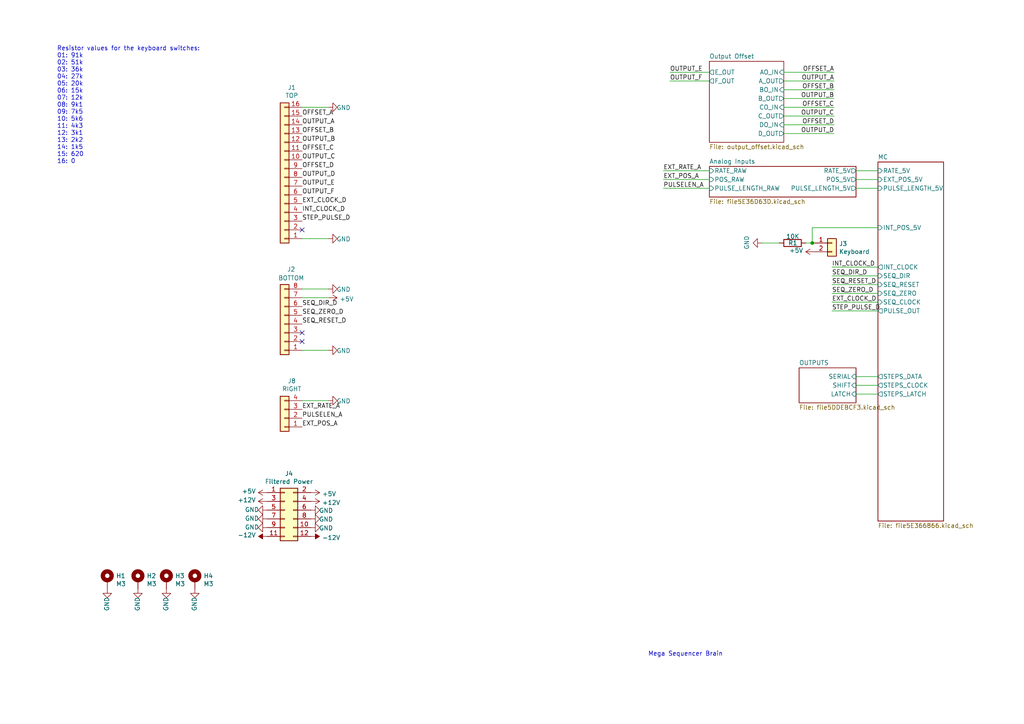
<source format=kicad_sch>
(kicad_sch (version 20230121) (generator eeschema)
  (paper "A4")
  (lib_symbols
    (symbol "Connector_Generic:Conn_01x02" (pin_names (offset 1.016) hide)
      (property "Reference" "J" (at 0 2.54 0))
      (property "Value" "Conn_01x02" (at 0 -5.08 0))
      (symbol "Conn_01x02_1_1"
        (rectangle (start -1.27 -2.413) (end 0 -2.667) (stroke (width 0.1524)))
        (rectangle (start -1.27 0.127) (end 0 -0.127) (stroke (width 0.1524)))
        (rectangle (start -1.27 1.27) (end 1.27 -3.81) (stroke (width 0.254)) (fill (type background)))
        (pin passive line (at -5.08 0 0) (length 3.81) (name "Pin_1") (number "1"))
        (pin passive line (at -5.08 -2.54 0) (length 3.81) (name "Pin_2") (number "2"))
      )
    )
    (symbol "Connector_Generic:Conn_01x04" (pin_names (offset 1.016) hide)
      (property "Reference" "J" (at 0 5.08 0))
      (property "Value" "Conn_01x04" (at 0 -7.62 0))
      (symbol "Conn_01x04_1_1"
        (rectangle (start -1.27 -4.953) (end 0 -5.207) (stroke (width 0.1524)))
        (rectangle (start -1.27 -2.413) (end 0 -2.667) (stroke (width 0.1524)))
        (rectangle (start -1.27 0.127) (end 0 -0.127) (stroke (width 0.1524)))
        (rectangle (start -1.27 2.667) (end 0 2.413) (stroke (width 0.1524)))
        (rectangle (start -1.27 3.81) (end 1.27 -6.35) (stroke (width 0.254)) (fill (type background)))
        (pin passive line (at -5.08 2.54 0) (length 3.81) (name "Pin_1") (number "1"))
        (pin passive line (at -5.08 0 0) (length 3.81) (name "Pin_2") (number "2"))
        (pin passive line (at -5.08 -2.54 0) (length 3.81) (name "Pin_3") (number "3"))
        (pin passive line (at -5.08 -5.08 0) (length 3.81) (name "Pin_4") (number "4"))
      )
    )
    (symbol "Connector_Generic:Conn_01x08" (pin_names (offset 1.016) hide)
      (property "Reference" "J" (at 0 10.16 0))
      (property "Value" "Conn_01x08" (at 0 -12.7 0))
      (symbol "Conn_01x08_1_1"
        (rectangle (start -1.27 -10.033) (end 0 -10.287) (stroke (width 0.1524)))
        (rectangle (start -1.27 -7.493) (end 0 -7.747) (stroke (width 0.1524)))
        (rectangle (start -1.27 -4.953) (end 0 -5.207) (stroke (width 0.1524)))
        (rectangle (start -1.27 -2.413) (end 0 -2.667) (stroke (width 0.1524)))
        (rectangle (start -1.27 0.127) (end 0 -0.127) (stroke (width 0.1524)))
        (rectangle (start -1.27 2.667) (end 0 2.413) (stroke (width 0.1524)))
        (rectangle (start -1.27 5.207) (end 0 4.953) (stroke (width 0.1524)))
        (rectangle (start -1.27 7.747) (end 0 7.493) (stroke (width 0.1524)))
        (rectangle (start -1.27 8.89) (end 1.27 -11.43) (stroke (width 0.254)) (fill (type background)))
        (pin passive line (at -5.08 7.62 0) (length 3.81) (name "Pin_1") (number "1"))
        (pin passive line (at -5.08 5.08 0) (length 3.81) (name "Pin_2") (number "2"))
        (pin passive line (at -5.08 2.54 0) (length 3.81) (name "Pin_3") (number "3"))
        (pin passive line (at -5.08 0 0) (length 3.81) (name "Pin_4") (number "4"))
        (pin passive line (at -5.08 -2.54 0) (length 3.81) (name "Pin_5") (number "5"))
        (pin passive line (at -5.08 -5.08 0) (length 3.81) (name "Pin_6") (number "6"))
        (pin passive line (at -5.08 -7.62 0) (length 3.81) (name "Pin_7") (number "7"))
        (pin passive line (at -5.08 -10.16 0) (length 3.81) (name "Pin_8") (number "8"))
      )
    )
    (symbol "Connector_Generic:Conn_01x16" (pin_names (offset 1.016) hide)
      (property "Reference" "J" (at 0 20.32 0))
      (property "Value" "Conn_01x16" (at 0 -22.86 0))
      (symbol "Conn_01x16_1_1"
        (rectangle (start -1.27 -20.193) (end 0 -20.447) (stroke (width 0.1524)))
        (rectangle (start -1.27 -17.653) (end 0 -17.907) (stroke (width 0.1524)))
        (rectangle (start -1.27 -15.113) (end 0 -15.367) (stroke (width 0.1524)))
        (rectangle (start -1.27 -12.573) (end 0 -12.827) (stroke (width 0.1524)))
        (rectangle (start -1.27 -10.033) (end 0 -10.287) (stroke (width 0.1524)))
        (rectangle (start -1.27 -7.493) (end 0 -7.747) (stroke (width 0.1524)))
        (rectangle (start -1.27 -4.953) (end 0 -5.207) (stroke (width 0.1524)))
        (rectangle (start -1.27 -2.413) (end 0 -2.667) (stroke (width 0.1524)))
        (rectangle (start -1.27 0.127) (end 0 -0.127) (stroke (width 0.1524)))
        (rectangle (start -1.27 2.667) (end 0 2.413) (stroke (width 0.1524)))
        (rectangle (start -1.27 5.207) (end 0 4.953) (stroke (width 0.1524)))
        (rectangle (start -1.27 7.747) (end 0 7.493) (stroke (width 0.1524)))
        (rectangle (start -1.27 10.287) (end 0 10.033) (stroke (width 0.1524)))
        (rectangle (start -1.27 12.827) (end 0 12.573) (stroke (width 0.1524)))
        (rectangle (start -1.27 15.367) (end 0 15.113) (stroke (width 0.1524)))
        (rectangle (start -1.27 17.907) (end 0 17.653) (stroke (width 0.1524)))
        (rectangle (start -1.27 19.05) (end 1.27 -21.59) (stroke (width 0.254)) (fill (type background)))
        (pin passive line (at -5.08 17.78 0) (length 3.81) (name "Pin_1") (number "1"))
        (pin passive line (at -5.08 -5.08 0) (length 3.81) (name "Pin_10") (number "10"))
        (pin passive line (at -5.08 -7.62 0) (length 3.81) (name "Pin_11") (number "11"))
        (pin passive line (at -5.08 -10.16 0) (length 3.81) (name "Pin_12") (number "12"))
        (pin passive line (at -5.08 -12.7 0) (length 3.81) (name "Pin_13") (number "13"))
        (pin passive line (at -5.08 -15.24 0) (length 3.81) (name "Pin_14") (number "14"))
        (pin passive line (at -5.08 -17.78 0) (length 3.81) (name "Pin_15") (number "15"))
        (pin passive line (at -5.08 -20.32 0) (length 3.81) (name "Pin_16") (number "16"))
        (pin passive line (at -5.08 15.24 0) (length 3.81) (name "Pin_2") (number "2"))
        (pin passive line (at -5.08 12.7 0) (length 3.81) (name "Pin_3") (number "3"))
        (pin passive line (at -5.08 10.16 0) (length 3.81) (name "Pin_4") (number "4"))
        (pin passive line (at -5.08 7.62 0) (length 3.81) (name "Pin_5") (number "5"))
        (pin passive line (at -5.08 5.08 0) (length 3.81) (name "Pin_6") (number "6"))
        (pin passive line (at -5.08 2.54 0) (length 3.81) (name "Pin_7") (number "7"))
        (pin passive line (at -5.08 0 0) (length 3.81) (name "Pin_8") (number "8"))
        (pin passive line (at -5.08 -2.54 0) (length 3.81) (name "Pin_9") (number "9"))
      )
    )
    (symbol "Connector_Generic:Conn_02x06_Odd_Even" (pin_names (offset 1.016) hide)
      (property "Reference" "J" (at 1.27 7.62 0))
      (property "Value" "Conn_02x06_Odd_Even" (at 1.27 -10.16 0))
      (symbol "Conn_02x06_Odd_Even_1_1"
        (rectangle (start -1.27 -7.493) (end 0 -7.747) (stroke (width 0.1524)))
        (rectangle (start -1.27 -4.953) (end 0 -5.207) (stroke (width 0.1524)))
        (rectangle (start -1.27 -2.413) (end 0 -2.667) (stroke (width 0.1524)))
        (rectangle (start -1.27 0.127) (end 0 -0.127) (stroke (width 0.1524)))
        (rectangle (start -1.27 2.667) (end 0 2.413) (stroke (width 0.1524)))
        (rectangle (start -1.27 5.207) (end 0 4.953) (stroke (width 0.1524)))
        (rectangle (start -1.27 6.35) (end 3.81 -8.89) (stroke (width 0.254)) (fill (type background)))
        (rectangle (start 3.81 -7.493) (end 2.54 -7.747) (stroke (width 0.1524)))
        (rectangle (start 3.81 -4.953) (end 2.54 -5.207) (stroke (width 0.1524)))
        (rectangle (start 3.81 -2.413) (end 2.54 -2.667) (stroke (width 0.1524)))
        (rectangle (start 3.81 0.127) (end 2.54 -0.127) (stroke (width 0.1524)))
        (rectangle (start 3.81 2.667) (end 2.54 2.413) (stroke (width 0.1524)))
        (rectangle (start 3.81 5.207) (end 2.54 4.953) (stroke (width 0.1524)))
        (pin passive line (at -5.08 5.08 0) (length 3.81) (name "Pin_1") (number "1"))
        (pin passive line (at 7.62 -5.08 180) (length 3.81) (name "Pin_10") (number "10"))
        (pin passive line (at -5.08 -7.62 0) (length 3.81) (name "Pin_11") (number "11"))
        (pin passive line (at 7.62 -7.62 180) (length 3.81) (name "Pin_12") (number "12"))
        (pin passive line (at 7.62 5.08 180) (length 3.81) (name "Pin_2") (number "2"))
        (pin passive line (at -5.08 2.54 0) (length 3.81) (name "Pin_3") (number "3"))
        (pin passive line (at 7.62 2.54 180) (length 3.81) (name "Pin_4") (number "4"))
        (pin passive line (at -5.08 0 0) (length 3.81) (name "Pin_5") (number "5"))
        (pin passive line (at 7.62 0 180) (length 3.81) (name "Pin_6") (number "6"))
        (pin passive line (at -5.08 -2.54 0) (length 3.81) (name "Pin_7") (number "7"))
        (pin passive line (at 7.62 -2.54 180) (length 3.81) (name "Pin_8") (number "8"))
        (pin passive line (at -5.08 -5.08 0) (length 3.81) (name "Pin_9") (number "9"))
      )
    )
    (symbol "Device:R" (pin_numbers hide) (pin_names (offset 0))
      (property "Reference" "R" (at 2.032 0 90))
      (property "Value" "R" (at 0 0 90))
      (symbol "R_0_1"
        (rectangle (start -1.016 -2.54) (end 1.016 2.54) (stroke (width 0.254)))
      )
      (symbol "R_1_1"
        (pin passive line (at 0 3.81 270) (length 1.27) (name "~") (number "1"))
        (pin passive line (at 0 -3.81 90) (length 1.27) (name "~") (number "2"))
      )
    )
    (symbol "Mechanical:MountingHole_Pad" (pin_numbers hide) (pin_names (offset 1.016) hide)
      (property "Reference" "H" (at 0 6.35 0))
      (property "Value" "MountingHole_Pad" (at 0 4.445 0))
      (symbol "MountingHole_Pad_0_1"
        (circle (center 0 1.27) (radius 1.27) (stroke (width 1.27)))
      )
      (symbol "MountingHole_Pad_1_1"
        (pin input line (at 0 -2.54 90) (length 2.54) (name "1") (number "1"))
      )
    )
    (symbol "power:+12V" (power) (pin_names (offset 0))
      (property "Value" "+12V" (at 0 3.556 0))
      (symbol "+12V_0_1"
        (polyline (pts (xy -0.762 1.27) (xy 0 2.54)))
        (polyline (pts (xy 0 0) (xy 0 2.54)))
        (polyline (pts (xy 0 2.54) (xy 0.762 1.27)))
      )
      (symbol "+12V_1_1"
        (pin power_in line (at 0 0 90) (length 0) hide (name "+12V") (number "1"))
      )
    )
    (symbol "power:+5V" (power) (pin_names (offset 0))
      (property "Value" "+5V" (at 0 3.556 0))
      (symbol "+5V_0_1"
        (polyline (pts (xy -0.762 1.27) (xy 0 2.54)))
        (polyline (pts (xy 0 0) (xy 0 2.54)))
        (polyline (pts (xy 0 2.54) (xy 0.762 1.27)))
      )
      (symbol "+5V_1_1"
        (pin power_in line (at 0 0 90) (length 0) hide (name "+5V") (number "1"))
      )
    )
    (symbol "power:-12V" (power) (pin_names (offset 0))
      (property "Value" "-12V" (at 0 3.81 0))
      (symbol "-12V_0_0"
        (pin power_in line (at 0 0 90) (length 0) hide (name "-12V") (number "1"))
      )
      (symbol "-12V_0_1"
        (polyline (pts (xy 0 0) (xy 0 1.27) (xy 0.762 1.27) (xy 0 2.54) (xy -0.762 1.27) (xy 0 1.27)) (fill (type outline)))
      )
    )
    (symbol "power:GND" (power) (pin_names (offset 0))
      (property "Value" "GND" (at 0 -3.81 0))
      (symbol "GND_0_1"
        (polyline (pts (xy 0 0) (xy 0 -1.27) (xy 1.27 -1.27) (xy 0 -2.54) (xy -1.27 -1.27) (xy 0 -1.27)))
      )
      (symbol "GND_1_1"
        (pin power_in line (at 0 0 270) (length 0) hide (name "GND") (number "1"))
      )
    )
  )
  (junction (at 235.585 70.485))
  (no_connect (at 87.63 99.06))
  (no_connect (at 87.63 96.52))
  (no_connect (at 87.63 66.675))
  (wire (pts (xy 236.22 70.485) (xy 235.585 70.485)))
  (wire (pts (xy 205.74 49.53) (xy 192.405 49.53)))
  (wire (pts (xy 205.74 20.955) (xy 194.31 20.955)))
  (wire (pts (xy 227.33 28.575) (xy 241.935 28.575)))
  (wire (pts (xy 87.63 83.82) (xy 95.25 83.82)))
  (wire (pts (xy 248.285 49.53) (xy 254.635 49.53)))
  (wire (pts (xy 205.74 23.495) (xy 194.31 23.495)))
  (wire (pts (xy 227.33 20.955) (xy 241.935 20.955)))
  (wire (pts (xy 87.63 69.215) (xy 95.25 69.215)))
  (wire (pts (xy 87.63 101.6) (xy 95.25 101.6)))
  (wire (pts (xy 235.585 70.485) (xy 233.68 70.485)))
  (wire (pts (xy 235.585 66.04) (xy 235.585 70.485)))
  (wire (pts (xy 254.635 111.76) (xy 248.285 111.76)))
  (wire (pts (xy 226.06 70.485) (xy 220.98 70.485)))
  (wire (pts (xy 87.63 31.115) (xy 95.25 31.115)))
  (wire (pts (xy 87.63 86.36) (xy 95.25 86.36)))
  (wire (pts (xy 227.33 36.195) (xy 241.935 36.195)))
  (wire (pts (xy 254.635 82.55) (xy 241.3 82.55)))
  (wire (pts (xy 248.285 52.07) (xy 254.635 52.07)))
  (wire (pts (xy 205.74 52.07) (xy 192.405 52.07)))
  (wire (pts (xy 254.635 77.47) (xy 241.3 77.47)))
  (wire (pts (xy 227.33 38.735) (xy 241.935 38.735)))
  (wire (pts (xy 254.635 109.22) (xy 248.285 109.22)))
  (wire (pts (xy 248.285 54.61) (xy 254.635 54.61)))
  (wire (pts (xy 254.635 80.01) (xy 241.3 80.01)))
  (wire (pts (xy 227.33 31.115) (xy 241.935 31.115)))
  (wire (pts (xy 205.74 54.61) (xy 192.405 54.61)))
  (wire (pts (xy 254.635 85.09) (xy 241.3 85.09)))
  (wire (pts (xy 254.635 114.3) (xy 248.285 114.3)))
  (wire (pts (xy 227.33 26.035) (xy 241.935 26.035)))
  (wire (pts (xy 227.33 33.655) (xy 241.935 33.655)))
  (wire (pts (xy 254.635 90.17) (xy 241.3 90.17)))
  (wire (pts (xy 227.33 23.495) (xy 241.935 23.495)))
  (wire (pts (xy 87.63 116.205) (xy 95.25 116.205)))
  (wire (pts (xy 254.635 66.04) (xy 235.585 66.04)))
  (wire (pts (xy 241.3 87.63) (xy 254.635 87.63)))
  (text "Resistor values for the keyboard switches:\n01: 91k\n02: 51k\n03: 36k\n04: 27k\n05: 20k\n06: 15k\n07: 12k\n08: 9k1\n09: 7k5\n10: 5k6\n11: 4k3\n12: 3k1\n13: 2k2\n14: 1k5\n15: 620\n16: 0" (at 16.51 47.625 0) (effects (font (size 1.27 1.27)) (justify left bottom)))
  (text "Mega Sequencer Brain" (at 187.96 190.5 0) (effects (font (size 1.27 1.27)) (justify left bottom)))
  (label "PULSELEN_A" (at 87.63 121.285 0))
  (label "OFFSET_C" (at 87.63 43.815 0))
  (label "STEP_PULSE_D" (at 87.63 64.135 0))
  (label "STEP_PULSE_D" (at 241.3 90.17 0))
  (label "OUTPUT_E" (at 87.63 53.975 0))
  (label "OFFSET_D" (at 241.935 36.195 180))
  (label "SEQ_DIR_D" (at 87.63 88.9 0))
  (label "EXT_RATE_A" (at 192.405 49.53 0))
  (label "SEQ_ZERO_D" (at 87.63 91.44 0))
  (label "EXT_RATE_A" (at 87.63 118.745 0))
  (label "OUTPUT_F" (at 87.63 56.515 0))
  (label "SEQ_RESET_D" (at 241.3 82.55 0))
  (label "OFFSET_B" (at 241.935 26.035 180))
  (label "OFFSET_A" (at 241.935 20.955 180))
  (label "INT_CLOCK_D" (at 87.63 61.595 0))
  (label "OUTPUT_C" (at 87.63 46.355 0))
  (label "OUTPUT_B" (at 241.935 28.575 180))
  (label "OFFSET_D" (at 87.63 48.895 0))
  (label "OUTPUT_A" (at 87.63 36.195 0))
  (label "SEQ_ZERO_D" (at 241.3 85.09 0))
  (label "OUTPUT_D" (at 87.63 51.435 0))
  (label "OUTPUT_B" (at 87.63 41.275 0))
  (label "OUTPUT_E" (at 194.31 20.955 0))
  (label "INT_CLOCK_D" (at 241.3 77.47 0))
  (label "SEQ_RESET_D" (at 87.63 93.98 0))
  (label "OUTPUT_F" (at 194.31 23.495 0))
  (label "OUTPUT_C" (at 241.935 33.655 180))
  (label "OUTPUT_D" (at 241.935 38.735 180))
  (label "EXT_CLOCK_D" (at 241.3 87.63 0))
  (label "OFFSET_A" (at 87.63 33.655 0))
  (label "EXT_POS_A" (at 192.405 52.07 0))
  (label "OUTPUT_A" (at 241.935 23.495 180))
  (label "OFFSET_C" (at 241.935 31.115 180))
  (label "EXT_POS_A" (at 87.63 123.825 0))
  (label "SEQ_DIR_D" (at 241.3 80.01 0))
  (label "EXT_CLOCK_D" (at 87.63 59.055 0))
  (label "OFFSET_B" (at 87.63 38.735 0))
  (label "PULSELEN_A" (at 192.405 54.61 0))
  (symbol (lib_id "Device:R") (at 229.87 70.485 270) (mirror x) (unit 1)
    (property "Reference" "R1" (at 228.6 70.485 90) (effects (justify left)))
    (property "Value" "10K" (at 227.965 68.58 90) (effects (justify left)))
    (property "Footprint" "Resistor_THT:R_Axial_DIN0207_L6.3mm_D2.5mm_P7.62mm_Horizontal" (effects hide))
  )
  (symbol (lib_id "power:GND") (at 220.98 70.485 270) (mirror x) (unit 1)
    (property "Reference" "#PWR06" (effects hide))
    (property "Value" "GND" (at 216.5858 70.358 0))
  )
  (symbol (lib_id "Connector_Generic:Conn_01x02") (at 241.3 70.485 0) (unit 1)
    (property "Reference" "J3" (at 243.332 70.6882 0) (effects (justify left)))
    (property "Value" "Keyboard" (at 243.332 72.9996 0) (effects (justify left)))
    (property "Footprint" "Connector_PinHeader_2.54mm:PinHeader_1x02_P2.54mm_Vertical" (effects hide))
  )
  (symbol (lib_id "power:+5V") (at 236.22 73.025 90) (unit 1)
    (property "Reference" "#PWR07" (effects hide))
    (property "Value" "+5V" (at 232.9688 72.644 90) (effects (justify left)))
  )
  (symbol (lib_id "Connector_Generic:Conn_02x06_Odd_Even") (at 82.55 147.955 0) (unit 1)
    (property "Reference" "J4" (at 83.82 137.3632 0))
    (property "Value" "Filtered Power" (at 83.82 139.6746 0))
    (property "Footprint" "Connector_PinHeader_2.54mm:PinHeader_2x06_P2.54mm_Vertical" (effects hide))
  )
  (symbol (lib_id "power:+5V") (at 77.47 142.875 90) (unit 1)
    (property "Reference" "#PWR0103" (effects hide))
    (property "Value" "+5V" (at 74.2188 142.494 90) (effects (justify left)))
  )
  (symbol (lib_id "power:+5V") (at 90.17 142.875 270) (unit 1)
    (property "Reference" "#PWR0104" (effects hide))
    (property "Value" "+5V" (at 93.4212 143.256 90) (effects (justify left)))
  )
  (symbol (lib_id "power:GND") (at 90.17 147.955 90) (mirror x) (unit 1)
    (property "Reference" "#PWR0105" (effects hide))
    (property "Value" "GND" (at 94.5642 148.082 90))
  )
  (symbol (lib_id "power:GND") (at 90.17 150.495 90) (mirror x) (unit 1)
    (property "Reference" "#PWR0106" (effects hide))
    (property "Value" "GND" (at 94.5642 150.622 90))
  )
  (symbol (lib_id "power:GND") (at 90.17 153.035 90) (mirror x) (unit 1)
    (property "Reference" "#PWR0107" (effects hide))
    (property "Value" "GND" (at 94.5642 153.162 90))
  )
  (symbol (lib_id "power:GND") (at 77.47 147.955 270) (mirror x) (unit 1)
    (property "Reference" "#PWR0108" (effects hide))
    (property "Value" "GND" (at 73.0758 147.828 90))
  )
  (symbol (lib_id "power:GND") (at 77.47 150.495 270) (mirror x) (unit 1)
    (property "Reference" "#PWR0109" (effects hide))
    (property "Value" "GND" (at 73.0758 150.368 90))
  )
  (symbol (lib_id "power:GND") (at 77.47 153.035 270) (mirror x) (unit 1)
    (property "Reference" "#PWR0110" (effects hide))
    (property "Value" "GND" (at 73.0758 152.908 90))
  )
  (symbol (lib_id "power:+12V") (at 90.17 145.415 270) (unit 1)
    (property "Reference" "#PWR0111" (effects hide))
    (property "Value" "+12V" (at 93.4212 145.796 90) (effects (justify left)))
  )
  (symbol (lib_id "power:+12V") (at 77.47 145.415 90) (unit 1)
    (property "Reference" "#PWR0112" (effects hide))
    (property "Value" "+12V" (at 74.2188 145.034 90) (effects (justify left)))
  )
  (symbol (lib_id "power:-12V") (at 90.17 155.575 270) (unit 1)
    (property "Reference" "#PWR0113" (effects hide))
    (property "Value" "-12V" (at 93.4212 155.956 90) (effects (justify left)))
  )
  (symbol (lib_id "power:-12V") (at 77.47 155.575 90) (unit 1)
    (property "Reference" "#PWR0114" (effects hide))
    (property "Value" "-12V" (at 74.2188 155.194 90) (effects (justify left)))
  )
  (symbol (lib_id "Connector_Generic:Conn_01x16") (at 82.55 51.435 180) (unit 1)
    (property "Reference" "J1" (at 84.6328 25.4 0))
    (property "Value" "TOP" (at 84.6328 27.7114 0))
    (property "Footprint" "Connector_PinSocket_2.54mm:PinSocket_1x16_P2.54mm_Vertical" (effects hide))
  )
  (symbol (lib_id "Connector_Generic:Conn_01x08") (at 82.55 93.98 180) (unit 1)
    (property "Reference" "J2" (at 84.455 78.105 0))
    (property "Value" "BOTTOM" (at 84.455 80.645 0))
    (property "Footprint" "Connector_PinSocket_2.54mm:PinSocket_1x08_P2.54mm_Vertical" (effects hide))
  )
  (symbol (lib_id "power:GND") (at 95.25 31.115 90) (mirror x) (unit 1)
    (property "Reference" "#PWR01" (effects hide))
    (property "Value" "GND" (at 99.6442 31.242 90))
  )
  (symbol (lib_id "power:GND") (at 95.25 69.215 90) (mirror x) (unit 1)
    (property "Reference" "#PWR02" (effects hide))
    (property "Value" "GND" (at 99.6442 69.342 90))
  )
  (symbol (lib_id "power:GND") (at 95.25 83.82 90) (mirror x) (unit 1)
    (property "Reference" "#PWR03" (effects hide))
    (property "Value" "GND" (at 99.6442 83.947 90))
  )
  (symbol (lib_id "power:GND") (at 95.25 101.6 90) (mirror x) (unit 1)
    (property "Reference" "#PWR05" (effects hide))
    (property "Value" "GND" (at 99.6442 101.727 90))
  )
  (symbol (lib_id "power:+5V") (at 95.25 86.36 270) (unit 1)
    (property "Reference" "#PWR04" (effects hide))
    (property "Value" "+5V" (at 98.5012 86.741 90) (effects (justify left)))
  )
  (symbol (lib_id "Mechanical:MountingHole_Pad") (at 31.115 168.275 0) (unit 1)
    (property "Reference" "H1" (at 33.655 167.0304 0) (effects (justify left)))
    (property "Value" "M3" (at 33.655 169.3418 0) (effects (justify left)))
    (property "Footprint" "MountingHole:MountingHole_3.2mm_M3_Pad" (effects hide))
  )
  (symbol (lib_id "Mechanical:MountingHole_Pad") (at 40.005 168.275 0) (unit 1)
    (property "Reference" "H2" (at 42.545 167.0304 0) (effects (justify left)))
    (property "Value" "M3" (at 42.545 169.3418 0) (effects (justify left)))
    (property "Footprint" "MountingHole:MountingHole_3.2mm_M3_Pad" (effects hide))
  )
  (symbol (lib_id "Mechanical:MountingHole_Pad") (at 48.26 168.275 0) (unit 1)
    (property "Reference" "H3" (at 50.8 167.0304 0) (effects (justify left)))
    (property "Value" "M3" (at 50.8 169.3418 0) (effects (justify left)))
    (property "Footprint" "MountingHole:MountingHole_3.2mm_M3_Pad" (effects hide))
  )
  (symbol (lib_id "Mechanical:MountingHole_Pad") (at 56.515 168.275 0) (unit 1)
    (property "Reference" "H4" (at 59.055 167.0304 0) (effects (justify left)))
    (property "Value" "M3" (at 59.055 169.3418 0) (effects (justify left)))
    (property "Footprint" "MountingHole:MountingHole_3.2mm_M3_Pad" (effects hide))
  )
  (symbol (lib_id "power:GND") (at 31.115 170.815 0) (mirror y) (unit 1)
    (property "Reference" "#PWR059" (effects hide))
    (property "Value" "GND" (at 30.988 175.2092 90))
  )
  (symbol (lib_id "power:GND") (at 40.005 170.815 0) (mirror y) (unit 1)
    (property "Reference" "#PWR060" (effects hide))
    (property "Value" "GND" (at 39.878 175.2092 90))
  )
  (symbol (lib_id "power:GND") (at 48.26 170.815 0) (mirror y) (unit 1)
    (property "Reference" "#PWR061" (effects hide))
    (property "Value" "GND" (at 48.133 175.2092 90))
  )
  (symbol (lib_id "power:GND") (at 56.515 170.815 0) (mirror y) (unit 1)
    (property "Reference" "#PWR062" (effects hide))
    (property "Value" "GND" (at 56.388 175.2092 90))
  )
  (symbol (lib_id "Connector_Generic:Conn_01x04") (at 82.55 121.285 180) (unit 1)
    (property "Reference" "J8" (at 84.6328 110.49 0))
    (property "Value" "RIGHT" (at 84.6328 112.8014 0))
    (property "Footprint" "Connector_PinSocket_2.54mm:PinSocket_1x04_P2.54mm_Vertical" (effects hide))
  )
  (symbol (lib_id "power:GND") (at 95.25 116.205 90) (mirror x) (unit 1)
    (property "Reference" "#PWR067" (effects hide))
    (property "Value" "GND" (at 99.6442 116.332 90))
  )
  (sheet (at 231.775 106.68) (size 16.51 10.16)
    (property "Sheetname" "OUTPUTS" (at 231.775 105.9684 0) (effects (justify left bottom)))
    (property "Sheetfile" "file5DDEBCF3.kicad_sch" (at 231.775 117.4246 0) (effects (justify left top)))
    (pin "SERIAL" input (at 248.285 109.22 0))
    (pin "SHIFT" input (at 248.285 111.76 0))
    (pin "LATCH" input (at 248.285 114.3 0))
  )
  (sheet (at 205.74 17.78) (size 21.59 23.495)
    (property "Sheetname" "Output Offset" (at 205.74 17.0684 0) (effects (justify left bottom)))
    (property "Sheetfile" "output_offset.kicad_sch" (at 205.74 41.8596 0) (effects (justify left top)))
    (pin "AO_IN" input (at 227.33 20.955 0))
    (pin "BO_IN" input (at 227.33 26.035 0))
    (pin "CO_IN" input (at 227.33 31.115 0))
    (pin "DO_IN" input (at 227.33 36.195 0))
    (pin "A_OUT" output (at 227.33 23.495 0))
    (pin "B_OUT" output (at 227.33 28.575 0))
    (pin "C_OUT" output (at 227.33 33.655 0))
    (pin "D_OUT" output (at 227.33 38.735 0))
    (pin "E_OUT" output (at 205.74 20.955 180))
    (pin "F_OUT" output (at 205.74 23.495 180))
  )
  (sheet (at 254.635 46.99) (size 19.05 104.14)
    (property "Sheetname" "MC" (at 254.635 46.2784 0) (effects (justify left bottom)))
    (property "Sheetfile" "file5E366866.kicad_sch" (at 254.635 151.7146 0) (effects (justify left top)))
    (pin "RATE_5V" input (at 254.635 49.53 180))
    (pin "EXT_POS_5V" input (at 254.635 52.07 180))
    (pin "INT_POS_5V" input (at 254.635 66.04 180))
    (pin "SEQ_CLOCK" input (at 254.635 87.63 180))
    (pin "SEQ_RESET" input (at 254.635 82.55 180))
    (pin "SEQ_DIR" input (at 254.635 80.01 180))
    (pin "INT_CLOCK" output (at 254.635 77.47 180))
    (pin "SEQ_ZERO" input (at 254.635 85.09 180))
    (pin "PULSE_LENGTH_5V" input (at 254.635 54.61 180))
    (pin "PULSE_OUT" output (at 254.635 90.17 180))
    (pin "STEPS_DATA" output (at 254.635 109.22 180))
    (pin "STEPS_CLOCK" output (at 254.635 111.76 180))
    (pin "STEPS_LATCH" output (at 254.635 114.3 180))
  )
  (sheet (at 205.74 48.26) (size 42.545 8.89)
    (property "Sheetname" "Analog Inputs" (at 205.74 47.5484 0) (effects (justify left bottom)))
    (property "Sheetfile" "file5E36D63D.kicad_sch" (at 205.74 57.7346 0) (effects (justify left top)))
    (pin "POS_5V" output (at 248.285 52.07 0))
    (pin "PULSE_LENGTH_5V" output (at 248.285 54.61 0))
    (pin "RATE_RAW" input (at 205.74 49.53 180))
    (pin "POS_RAW" input (at 205.74 52.07 180))
    (pin "PULSE_LENGTH_RAW" input (at 205.74 54.61 180))
    (pin "RATE_5V" output (at 248.285 49.53 0))
  )
)
</source>
